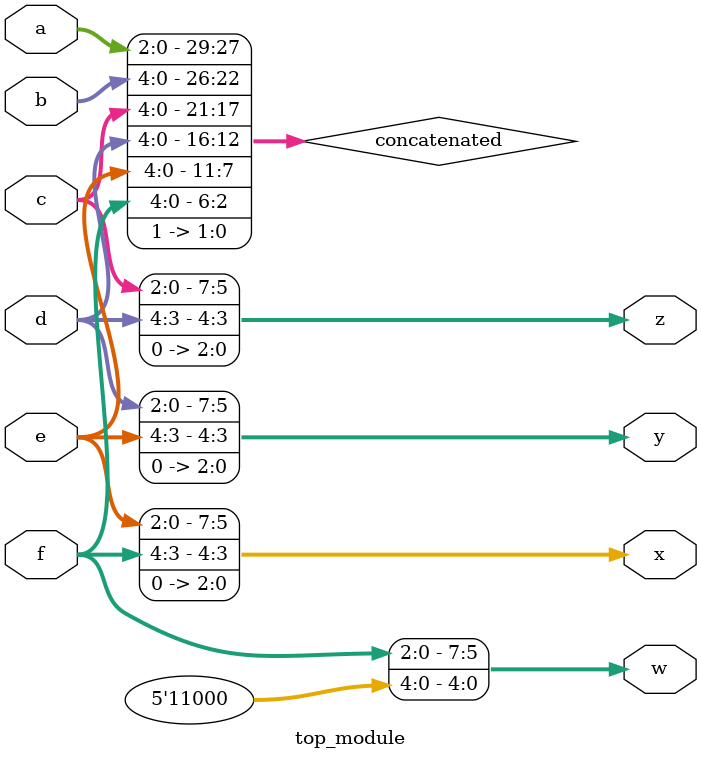
<source format=sv>
module top_module (
    input [4:0] a,
    input [4:0] b,
    input [4:0] c,
    input [4:0] d,
    input [4:0] e,
    input [4:0] f,
    output [7:0] w,
    output [7:0] x,
    output [7:0] y,
    output [7:0] z
);

wire [29:0] concatenated;

assign concatenated = {a, b, c, d, e, f, 2'b11};

assign w = {concatenated[4:0], 3'b000};
assign x = {concatenated[9:5], 3'b000};
assign y = {concatenated[14:10], 3'b000};
assign z = {concatenated[19:15], 3'b000};

endmodule

</source>
